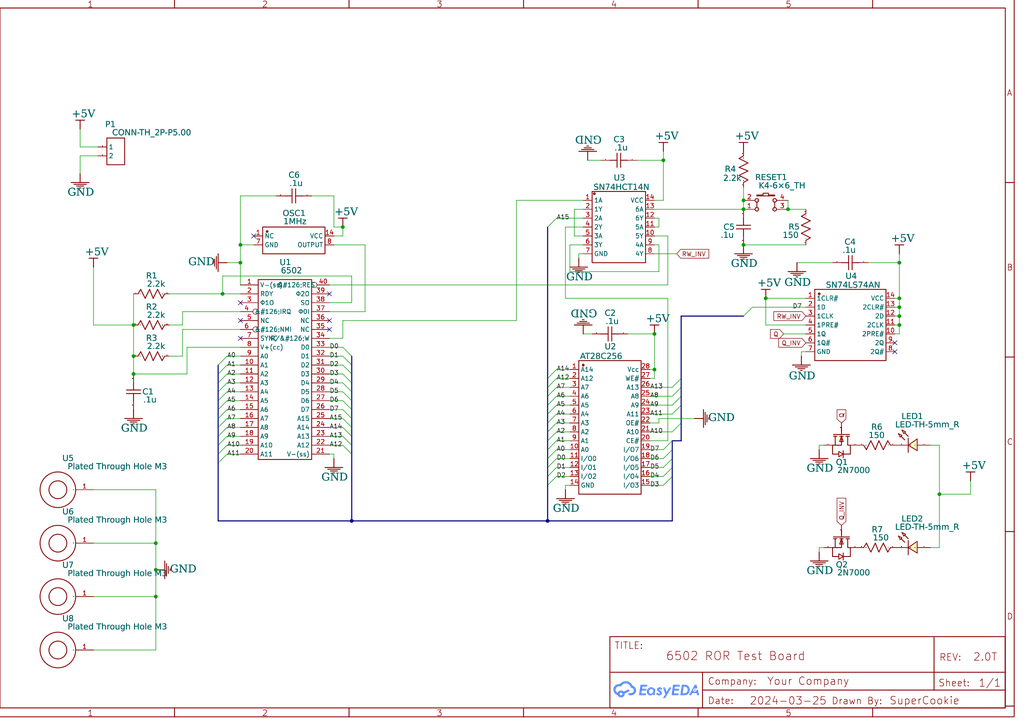
<source format=kicad_sch>
(kicad_sch (version 20250114) (generator "eeschema") (generator_version "9.0")
  (paper "User" 292.1 205.105)
  (lib_symbols
    (symbol "+5V" (power) (pin_numbers (hide yes)) (pin_names (hide yes))
      (property "Value" "+5V" (at 0 -3.81 0))
      (symbol "+5V_0_0"
        (pin power_in line (at 0 0 270) (length 0) (name "+5V") (number "1"))
      )
    )
    (symbol "2N7002"
      (property "Reference" "Q1" (at -1.5748 -6.5659 0))
      (property "Value" "2N7000" (at -1.5748 -8.8011 0))
      (symbol "2N7002_0_0"
        (pin unspecified line (at -5.08 -2.54 0) (length 2.54) (name "S") (number "1"))
        (pin unspecified line (at 0 3.81 270) (length 2.54) (name "G") (number "2"))
        (pin unspecified line (at 5.08 -2.54 180) (length 2.54) (name "D") (number "3"))
      )
    )
    (symbol "2N7002_1"
      (property "Reference" "Q2" (at -1.5748 -6.5659 0))
      (property "Value" "2N7000" (at -1.5748 -8.8011 0))
      (symbol "2N7002_1_0_0"
        (pin unspecified line (at -5.08 -2.54 0) (length 2.54) (name "S") (number "1"))
        (pin unspecified line (at 0 3.81 270) (length 2.54) (name "G") (number "2"))
        (pin unspecified line (at 5.08 -2.54 180) (length 2.54) (name "D") (number "3"))
      )
    )
    (symbol "6502"
      (property "Reference" "U1" (at -1.4986 32.6771 0))
      (property "Value" "6502" (at -1.4986 30.3911 0))
      (symbol "6502_0_0"
        (pin passive line (at -12.7 25.4 0) (length 5.08) (name "V-(ss)") (number "1"))
        (pin input line (at -12.7 22.86 0) (length 5.08) (name "RDY") (number "2"))
        (pin output line (at -12.7 20.32 0) (length 5.08) (name "Φ1O") (number "3"))
        (pin input line (at -12.7 17.78 0) (length 3.556) (name "&#126;IRQ") (number "4"))
        (pin unspecified line (at -12.7 15.24 0) (length 5.08) (name "NC") (number "5"))
        (pin input line (at -12.7 12.7 0) (length 3.556) (name "&#126;NMI") (number "6"))
        (pin output line (at -12.7 10.16 0) (length 5.08) (name "SYNC") (number "7"))
        (pin passive line (at -12.7 7.62 0) (length 5.08) (name "V+(cc)") (number "8"))
        (pin output line (at -12.7 5.08 0) (length 5.08) (name "A0") (number "9"))
        (pin output line (at -12.7 2.54 0) (length 5.08) (name "A1") (number "10"))
        (pin output line (at -12.7 0 0) (length 5.08) (name "A2") (number "11"))
        (pin output line (at -12.7 -2.54 0) (length 5.08) (name "A3") (number "12"))
        (pin output line (at -12.7 -5.08 0) (length 5.08) (name "A4") (number "13"))
        (pin output line (at -12.7 -7.62 0) (length 5.08) (name "A5") (number "14"))
        (pin output line (at -12.7 -10.16 0) (length 5.08) (name "A6") (number "15"))
        (pin output line (at -12.7 -12.7 0) (length 5.08) (name "A7") (number "16"))
        (pin output line (at -12.7 -15.24 0) (length 5.08) (name "A8") (number "17"))
        (pin output line (at -12.7 -17.78 0) (length 5.08) (name "A9") (number "18"))
        (pin output line (at -12.7 -20.32 0) (length 5.08) (name "A10") (number "19"))
        (pin output line (at -12.7 -22.86 0) (length 5.08) (name "A11") (number "20"))
        (pin input line (at 12.7 25.4 180) (length 3.556) (name "&#126;RES") (number "40"))
        (pin output line (at 12.7 22.86 180) (length 5.08) (name "Φ2O") (number "39"))
        (pin input line (at 12.7 20.32 180) (length 5.08) (name "SO") (number "38"))
        (pin input line (at 12.7 17.78 180) (length 5.08) (name "Φ0I") (number "37"))
        (pin unspecified line (at 12.7 15.24 180) (length 5.08) (name "NC") (number "36"))
        (pin unspecified line (at 12.7 12.7 180) (length 5.08) (name "NC") (number "35"))
        (pin output line (at 12.7 10.16 180) (length 5.08) (name "R/&#126;W") (number "34"))
        (pin bidirectional line (at 12.7 7.62 180) (length 5.08) (name "D0") (number "33"))
        (pin bidirectional line (at 12.7 5.08 180) (length 5.08) (name "D1") (number "32"))
        (pin bidirectional line (at 12.7 2.54 180) (length 5.08) (name "D2") (number "31"))
        (pin bidirectional line (at 12.7 0 180) (length 5.08) (name "D3") (number "30"))
        (pin bidirectional line (at 12.7 -2.54 180) (length 5.08) (name "D4") (number "29"))
        (pin bidirectional line (at 12.7 -5.08 180) (length 5.08) (name "D5") (number "28"))
        (pin bidirectional line (at 12.7 -7.62 180) (length 5.08) (name "D6") (number "27"))
        (pin bidirectional line (at 12.7 -10.16 180) (length 5.08) (name "D7") (number "26"))
        (pin output line (at 12.7 -12.7 180) (length 5.08) (name "A15") (number "25"))
        (pin output line (at 12.7 -15.24 180) (length 5.08) (name "A14") (number "24"))
        (pin output line (at 12.7 -17.78 180) (length 5.08) (name "A13") (number "23"))
        (pin output line (at 12.7 -20.32 180) (length 5.08) (name "A12") (number "22"))
        (pin passive line (at 12.7 -22.86 180) (length 5.08) (name "V-(ss)") (number "21"))
      )
    )
    (symbol "AT28C256-15PU"
      (property "Reference" "U2" (at -1.4986 23.8887 0))
      (property "Value" "AT28C256" (at -8.89 21.1963 0))
      (symbol "AT28C256-15PU_0_0"
        (pin unspecified line (at -11.43 16.51 0) (length 2.54) (name "A14") (number "1"))
        (pin unspecified line (at -11.43 13.97 0) (length 2.54) (name "A12") (number "2"))
        (pin unspecified line (at -11.43 11.43 0) (length 2.54) (name "A7") (number "3"))
        (pin unspecified line (at -11.43 8.89 0) (length 2.54) (name "A6") (number "4"))
        (pin unspecified line (at -11.43 6.35 0) (length 2.54) (name "A5") (number "5"))
        (pin unspecified line (at -11.43 3.81 0) (length 2.54) (name "A4") (number "6"))
        (pin unspecified line (at -11.43 1.27 0) (length 2.54) (name "A3") (number "7"))
        (pin unspecified line (at -11.43 -1.27 0) (length 2.54) (name "A2") (number "8"))
        (pin unspecified line (at -11.43 -3.81 0) (length 2.54) (name "A1") (number "9"))
        (pin unspecified line (at -11.43 -6.35 0) (length 2.54) (name "A0") (number "10"))
        (pin unspecified line (at -11.43 -8.89 0) (length 2.54) (name "I/O0") (number "11"))
        (pin unspecified line (at -11.43 -11.43 0) (length 2.54) (name "I/O1") (number "12"))
        (pin unspecified line (at -11.43 -13.97 0) (length 2.54) (name "I/O2") (number "13"))
        (pin unspecified line (at -11.43 -16.51 0) (length 2.54) (name "GND") (number "14"))
        (pin unspecified line (at 11.43 16.51 180) (length 2.54) (name "Vcc") (number "28"))
        (pin unspecified line (at 11.43 13.97 180) (length 2.54) (name "WE#") (number "27"))
        (pin unspecified line (at 11.43 11.43 180) (length 2.54) (name "A13") (number "26"))
        (pin unspecified line (at 11.43 8.89 180) (length 2.54) (name "A8") (number "25"))
        (pin unspecified line (at 11.43 6.35 180) (length 2.54) (name "A9") (number "24"))
        (pin unspecified line (at 11.43 3.81 180) (length 2.54) (name "A11") (number "23"))
        (pin unspecified line (at 11.43 1.27 180) (length 2.54) (name "OE#") (number "22"))
        (pin unspecified line (at 11.43 -1.27 180) (length 2.54) (name "A10") (number "21"))
        (pin unspecified line (at 11.43 -3.81 180) (length 2.54) (name "CE#") (number "20"))
        (pin unspecified line (at 11.43 -6.35 180) (length 2.54) (name "I/O7") (number "19"))
        (pin unspecified line (at 11.43 -8.89 180) (length 2.54) (name "I/O6") (number "18"))
        (pin unspecified line (at 11.43 -11.43 180) (length 2.54) (name "I/O5") (number "17"))
        (pin unspecified line (at 11.43 -13.97 180) (length 2.54) (name "I/O4") (number "16"))
        (pin unspecified line (at 11.43 -16.51 180) (length 2.54) (name "I/O3") (number "15"))
      )
    )
    (symbol "CONN-TH_2P-P5.00"
      (property "Reference" "P1" (at -2.9718 8.5471 0))
      (property "Value" "CONN-TH_2P-P5.00" (at -2.9718 6.2611 0))
      (symbol "CONN-TH_2P-P5.00_0_0"
        (pin unspecified line (at -5.08 1.27 0) (length 2.54) (name "1") (number "1"))
        (pin unspecified line (at -5.08 -1.27 0) (length 2.54) (name "2") (number "2"))
      )
    )
    (symbol "C_RAD-0.2_US"
      (property "Reference" "C2" (at -1.4986 6.7945 0))
      (property "Value" ".1u" (at -1.4986 4.4831 0))
      (symbol "C_RAD-0.2_US_0_0"
        (pin unspecified line (at -5.08 0 0) (length 2.54) (name "1") (number "1"))
        (pin unspecified line (at 5.08 0 180) (length 2.54) (name "2") (number "2"))
      )
    )
    (symbol "C_RAD-0.2_US_1"
      (property "Reference" "C3" (at -1.4986 6.7945 0))
      (property "Value" ".1u" (at -1.4986 4.4831 0))
      (symbol "C_RAD-0.2_US_1_0_0"
        (pin unspecified line (at -5.08 0 0) (length 2.54) (name "1") (number "1"))
        (pin unspecified line (at 5.08 0 180) (length 2.54) (name "2") (number "2"))
      )
    )
    (symbol "C_RAD-0.2_US_2"
      (property "Reference" "C5" (at -2.54 0.8509 0))
      (property "Value" ".1u" (at -2.54 -1.3843 0))
      (symbol "C_RAD-0.2_US_2_0_0"
        (pin unspecified line (at 0 5.08 270) (length 2.54) (name "2") (number "2"))
        (pin unspecified line (at 0 -5.08 90) (length 2.54) (name "1") (number "1"))
      )
    )
    (symbol "C_RAD-0.2_US_3"
      (property "Reference" "C4" (at 1.4986 6.7691 0))
      (property "Value" ".1u" (at 1.778 4.4831 0))
      (symbol "C_RAD-0.2_US_3_0_0"
        (pin unspecified line (at -5.08 0 0) (length 2.54) (name "1") (number "1"))
        (pin unspecified line (at 5.08 0 180) (length 2.54) (name "2") (number "2"))
      )
    )
    (symbol "C_RAD-0.2_US_4"
      (property "Reference" "C1" (at 2.54 0.8509 0))
      (property "Value" ".1u" (at 2.54 -1.3843 0))
      (symbol "C_RAD-0.2_US_4_0_0"
        (pin unspecified line (at 0 5.08 270) (length 2.54) (name "1") (number "1"))
        (pin unspecified line (at 0 -5.08 90) (length 2.54) (name "2") (number "2"))
      )
    )
    (symbol "C_RAD-0.2_US_5"
      (property "Reference" "C6" (at -1.4986 6.7945 0))
      (property "Value" ".1u" (at -1.4986 4.4831 0))
      (symbol "C_RAD-0.2_US_5_0_0"
        (pin unspecified line (at -5.08 0 0) (length 2.54) (name "1") (number "1"))
        (pin unspecified line (at 5.08 0 180) (length 2.54) (name "2") (number "2"))
      )
    )
    (symbol "GND" (power) (pin_numbers (hide yes)) (pin_names (hide yes))
      (property "Value" "GND" (at 0 -6.35 0))
      (symbol "GND_0_0"
        (pin power_in line (at 0 0 270) (length 0) (name "GND") (number "1"))
      )
    )
    (symbol "K4-6×6_TH"
      (property "Reference" "RESET" (at -3.0226 8.6741 0))
      (property "Value" "K4-6×6_TH" (at -3.0226 6.3627 0))
      (symbol "K4-6×6_TH_0_0"
        (pin unspecified line (at -6.35 1.27 0) (length 3.302) (name "2") (number "2"))
        (pin unspecified line (at -6.35 -1.27 0) (length 3.302) (name "1") (number "1"))
        (pin unspecified line (at 6.35 1.27 180) (length 3.302) (name "4") (number "4"))
        (pin unspecified line (at 6.35 -1.27 180) (length 3.302) (name "3") (number "3"))
      )
    )
    (symbol "LED-TH-5mm_R"
      (property "Reference" "LED1" (at 2.9464 9.0805 0))
      (property "Value" "LED-TH-5mm_R" (at 14.7574 6.7691 0))
      (symbol "LED-TH-5mm_R_0_0"
        (pin unspecified line (at -5.08 0 0) (length 3.81) (name "2") (number "2"))
        (pin unspecified line (at 5.08 0 180) (length 3.81) (name "1") (number "1"))
      )
    )
    (symbol "LED-TH-5mm_R_1"
      (property "Reference" "LED2" (at 2.9464 9.0551 0))
      (property "Value" "LED-TH-5mm_R" (at 14.732 6.7691 0))
      (symbol "LED-TH-5mm_R_1_0_0"
        (pin unspecified line (at -5.08 0 0) (length 3.81) (name "2") (number "2"))
        (pin unspecified line (at 5.08 0 180) (length 3.81) (name "1") (number "1"))
      )
    )
    (symbol "MXO45-3C-1M228800"
      (property "Reference" "OSC1" (at -3.175 8.5725 0))
      (property "Value" "1MHz" (at -3.175 6.3119 0))
      (symbol "MXO45-3C-1M228800_0_0"
        (pin unspecified line (at -11.43 1.27 0) (length 2.54) (name "NC") (number "1"))
        (pin unspecified line (at -11.43 -1.27 0) (length 2.54) (name "GND") (number "7"))
        (pin unspecified line (at 11.43 1.27 180) (length 2.54) (name "VCC") (number "14"))
        (pin unspecified line (at 11.43 -1.27 180) (length 2.54) (name "OUTPUT") (number "8"))
      )
    )
    (symbol "Plated Through Hole M3"
      (property "Reference" "U8" (at -6.3246 9.8171 0))
      (property "Value" "Plated Through Hole M3" (at -6.3246 7.5311 0))
      (symbol "Plated Through Hole M3_0_0"
        (pin unspecified line (at 2.54 0 180) (length 5.08) (name "1") (number "1"))
      )
    )
    (symbol "Plated Through Hole M3_1"
      (property "Reference" "U7" (at -6.3246 9.8171 0))
      (property "Value" "Plated Through Hole M3" (at -6.3246 7.5311 0))
      (symbol "Plated Through Hole M3_1_0_0"
        (pin unspecified line (at 2.54 0 180) (length 5.08) (name "1") (number "1"))
      )
    )
    (symbol "Plated Through Hole M3_2"
      (property "Reference" "U6" (at -6.3246 9.8171 0))
      (property "Value" "Plated Through Hole M3" (at -6.3246 7.5311 0))
      (symbol "Plated Through Hole M3_2_0_0"
        (pin unspecified line (at 2.54 0 180) (length 5.08) (name "1") (number "1"))
      )
    )
    (symbol "Plated Through Hole M3_3"
      (property "Reference" "U5" (at -6.3246 9.8171 0))
      (property "Value" "Plated Through Hole M3" (at -6.3246 7.5311 0))
      (symbol "Plated Through Hole M3_3_0_0"
        (pin unspecified line (at 2.54 0 180) (length 5.08) (name "1") (number "1"))
      )
    )
    (symbol "R_AXIAL-0.4_US"
      (property "Reference" "R1" (at -1.4986 6.0071 0))
      (property "Value" "2.2k" (at -1.4986 3.7211 0))
      (symbol "R_AXIAL-0.4_US_0_0"
        (pin unspecified line (at -5.08 0 0) (length 1.27) (name "1") (number "1"))
        (pin unspecified line (at 5.08 0 180) (length 1.27) (name "2") (number "2"))
      )
    )
    (symbol "R_AXIAL-0.4_US_1"
      (property "Reference" "R2" (at -1.4986 6.0071 0))
      (property "Value" "2.2k" (at -1.4986 3.7211 0))
      (symbol "R_AXIAL-0.4_US_1_0_0"
        (pin unspecified line (at -5.08 0 0) (length 1.27) (name "1") (number "1"))
        (pin unspecified line (at 5.08 0 180) (length 1.27) (name "2") (number "2"))
      )
    )
    (symbol "R_AXIAL-0.4_US_2"
      (property "Reference" "R3" (at -1.4986 6.0071 0))
      (property "Value" "2.2k" (at -1.4986 3.7211 0))
      (symbol "R_AXIAL-0.4_US_2_0_0"
        (pin unspecified line (at -5.08 0 0) (length 1.27) (name "1") (number "1"))
        (pin unspecified line (at 5.08 0 180) (length 1.27) (name "2") (number "2"))
      )
    )
    (symbol "R_AXIAL-0.4_US_3"
      (property "Reference" "R4" (at -5.3086 0.8763 0))
      (property "Value" "2.2k" (at -6.0452 -1.6637 0))
      (symbol "R_AXIAL-0.4_US_3_0_0"
        (pin unspecified line (at 0 5.08 270) (length 1.27) (name "1") (number "1"))
        (pin unspecified line (at 0 -5.08 90) (length 1.27) (name "2") (number "2"))
      )
    )
    (symbol "R_AXIAL-0.4_US_4"
      (property "Reference" "R5" (at -1.778 0.9017 0))
      (property "Value" "150" (at -1.778 -1.4097 0))
      (symbol "R_AXIAL-0.4_US_4_0_0"
        (pin unspecified line (at 0 5.08 270) (length 1.27) (name "2") (number "2"))
        (pin unspecified line (at 0 -5.08 90) (length 1.27) (name "1") (number "1"))
      )
    )
    (symbol "R_AXIAL-0.4_US_5"
      (property "Reference" "R6" (at 1.4986 6.0325 0))
      (property "Value" "150" (at 2.4384 3.7211 0))
      (symbol "R_AXIAL-0.4_US_5_0_0"
        (pin unspecified line (at -5.08 0 0) (length 1.27) (name "1") (number "1"))
        (pin unspecified line (at 5.08 0 180) (length 1.27) (name "2") (number "2"))
      )
    )
    (symbol "R_AXIAL-0.4_US_6"
      (property "Reference" "R7" (at -1.4986 6.0071 0))
      (property "Value" "150" (at -1.4986 3.7211 0))
      (symbol "R_AXIAL-0.4_US_6_0_0"
        (pin unspecified line (at -5.08 0 0) (length 1.27) (name "2") (number "2"))
        (pin unspecified line (at 5.08 0 180) (length 1.27) (name "1") (number "1"))
      )
    )
    (symbol "SN74HCT14N"
      (property "Reference" "U3" (at -1.4478 14.8971 0))
      (property "Value" "SN74HCT14N" (at -7.5692 12.2809 0))
      (symbol "SN74HCT14N_0_0"
        (pin unspecified line (at -10.16 7.62 0) (length 2.54) (name "1A") (number "1"))
        (pin unspecified line (at -10.16 5.08 0) (length 2.54) (name "1Y") (number "2"))
        (pin unspecified line (at -10.16 2.54 0) (length 2.54) (name "2A") (number "3"))
        (pin unspecified line (at -10.16 0 0) (length 2.54) (name "2Y") (number "4"))
        (pin unspecified line (at -10.16 -2.54 0) (length 2.54) (name "3A") (number "5"))
        (pin unspecified line (at -10.16 -5.08 0) (length 2.54) (name "3Y") (number "6"))
        (pin unspecified line (at -10.16 -7.62 0) (length 2.54) (name "GND") (number "7"))
        (pin unspecified line (at 10.16 7.62 180) (length 2.54) (name "VCC") (number "14"))
        (pin unspecified line (at 10.16 5.08 180) (length 2.54) (name "6A") (number "13"))
        (pin unspecified line (at 10.16 2.54 180) (length 2.54) (name "6Y") (number "12"))
        (pin unspecified line (at 10.16 0 180) (length 2.54) (name "5A") (number "11"))
        (pin unspecified line (at 10.16 -2.54 180) (length 2.54) (name "5Y") (number "10"))
        (pin unspecified line (at 10.16 -5.08 180) (length 2.54) (name "4A") (number "9"))
        (pin unspecified line (at 10.16 -7.62 180) (length 2.54) (name "4Y") (number "8"))
      )
    )
    (symbol "SN74LS74AN"
      (property "Reference" "U4" (at -1.3716 14.7955 0))
      (property "Value" "SN74LS74AN" (at -7.366 12.3063 0))
      (symbol "SN74LS74AN_0_0"
        (pin unspecified line (at -12.7 7.62 0) (length 2.54) (name "1CLR#") (number "1"))
        (pin unspecified line (at -12.7 5.08 0) (length 2.54) (name "1D") (number "2"))
        (pin unspecified line (at -12.7 2.54 0) (length 2.54) (name "1CLK") (number "3"))
        (pin unspecified line (at -12.7 0 0) (length 2.54) (name "1PRE#") (number "4"))
        (pin unspecified line (at -12.7 -2.54 0) (length 2.54) (name "1Q") (number "5"))
        (pin unspecified line (at -12.7 -5.08 0) (length 2.54) (name "1Q#") (number "6"))
        (pin unspecified line (at -12.7 -7.62 0) (length 2.54) (name "GND") (number "7"))
        (pin unspecified line (at 12.7 7.62 180) (length 2.54) (name "VCC") (number "14"))
        (pin unspecified line (at 12.7 5.08 180) (length 2.54) (name "2CLR#") (number "13"))
        (pin unspecified line (at 12.7 2.54 180) (length 2.54) (name "2D") (number "12"))
        (pin unspecified line (at 12.7 0 180) (length 2.54) (name "2CLK") (number "11"))
        (pin unspecified line (at 12.7 -2.54 180) (length 2.54) (name "2PRE#") (number "10"))
        (pin unspecified line (at 12.7 -5.08 180) (length 2.54) (name "2Q") (number "9"))
        (pin unspecified line (at 12.7 -7.62 180) (length 2.54) (name "2Q#") (number "8"))
      )
    )
    (symbol "Unknown_0_-806"
      (symbol "Unknown_0_-806_0_0"
        (text "A" (at 0.381 -25.7429 0) (effects (font (size 1.6891 1.6891)) (justify left top)))
        (text "B" (at 0.381 -75.5269 0) (effects (font (size 1.6891 1.6891)) (justify left top)))
        (text "C" (at 0.381 -125.3109 0) (effects (font (size 1.6891 1.6891)) (justify left top)))
        (text "D" (at 0.381 -175.0949 0) (effects (font (size 1.6891 1.6891)) (justify left top)))
        (text "1" (at 27.432 -0.4699 0) (effects (font (size 1.6891 1.6891)) (justify left top)))
        (text "1" (at 27.432 -202.6539 0) (effects (font (size 1.6891 1.6891)) (justify left top)))
        (text "2" (at 77.216 -0.4699 0) (effects (font (size 1.6891 1.6891)) (justify left top)))
        (text "2" (at 77.216 -202.6539 0) (effects (font (size 1.6891 1.6891)) (justify left top)))
        (text "3" (at 127 -0.4699 0) (effects (font (size 1.6891 1.6891)) (justify left top)))
        (text "3" (at 127 -202.6539 0) (effects (font (size 1.6891 1.6891)) (justify left top)))
        (text "4" (at 176.784 -0.4699 0) (effects (font (size 1.6891 1.6891)) (justify left top)))
        (text "4" (at 176.784 -202.6539 0) (effects (font (size 1.6891 1.6891)) (justify left top)))
        (text "TITLE:" (at 177.7746 -183.2356 0) (effects (font (size 1.9304 1.9304)) (justify left top)))
        (text "6502 ROR Test Board" (at 192.4304 -185.928 0) (effects (font (size 2.413 2.413)) (justify left top)))
        (text "Company:" (at 204.3684 -193.4464 0) (effects (font (size 1.9304 1.9304)) (justify left top)))
        (text "Date:" (at 204.3684 -198.9836 0) (effects (font (size 1.9304 1.9304)) (justify left top)))
        (text "2024-03-25" (at 216.3064 -198.8439 0) (effects (font (size 2.1717 2.1717)) (justify left top)))
        (text "Your Company" (at 221.2848 -193.2305 0) (effects (font (size 2.1717 2.1717)) (justify left top)))
        (text "5" (at 226.568 -0.4699 0) (effects (font (size 1.6891 1.6891)) (justify left top)))
        (text "5" (at 226.568 -202.6539 0) (effects (font (size 1.6891 1.6891)) (justify left top)))
        (text "Drawn By:" (at 239.6744 -199.0344 0) (effects (font (size 1.9304 1.9304)) (justify left top)))
        (text "SuperCookie" (at 256.1844 -198.7931 0) (effects (font (size 2.1717 2.1717)) (justify left top)))
        (text "Sheet:" (at 270.1544 -193.9036 0) (effects (font (size 1.9304 1.9304)) (justify left top)))
        (text "REV:" (at 270.4084 -186.5884 0) (effects (font (size 1.9304 1.9304)) (justify left top)))
        (text "2.0T" (at 280.0604 -186.3471 0) (effects (font (size 2.1717 2.1717)) (justify left top)))
        (text "1/1" (at 281.5844 -193.7639 0) (effects (font (size 2.1717 2.1717)) (justify left top)))
        (text "A" (at 289.687 -25.7429 0) (effects (font (size 1.6891 1.6891)) (justify left top)))
        (text "B" (at 289.687 -75.5269 0) (effects (font (size 1.6891 1.6891)) (justify left top)))
        (text "C" (at 289.687 -125.3109 0) (effects (font (size 1.6891 1.6891)) (justify left top)))
        (text "D" (at 289.687 -175.0949 0) (effects (font (size 1.6891 1.6891)) (justify left top)))
      )
    )
  )
  (junction (at 189.23 45.72))
  (junction (at 212.09 69.85))
  (junction (at 97.79 64.77))
  (junction (at 68.58 74.93))
  (junction (at 256.54 92.71))
  (junction (at 44.45 162.56))
  (junction (at 256.54 85.09))
  (junction (at 44.45 154.94))
  (junction (at 224.79 59.69))
  (junction (at 256.54 87.63))
  (junction (at 38.1 92.71))
  (junction (at 38.1 106.68))
  (junction (at 256.54 74.93))
  (junction (at 186.69 95.25))
  (junction (at 100.33 148.59))
  (junction (at 218.44 85.09))
  (junction (at 156.21 148.59))
  (junction (at 212.09 59.69))
  (junction (at 38.1 101.6))
  (junction (at 44.45 170.18))
  (junction (at 186.69 105.41))
  (junction (at 212.09 57.15))
  (junction (at 256.54 90.17))
  (junction (at 267.97 140.97))
  (junction (at 63.5 83.82))
  (junction (at 68.58 69.85))
  (no_connect (at 68.58 91.44))
  (no_connect (at 68.58 96.52))
  (no_connect (at 72.39 67.31))
  (no_connect (at 93.98 93.98))
  (no_connect (at 255.27 100.33))
  (no_connect (at 68.58 86.36))
  (no_connect (at 255.27 97.79))
  (no_connect (at 93.98 83.82))
  (no_connect (at 93.98 91.44))
  (bus_entry (at 189.23 130.81) (size 2.54 -2.54))
  (bus_entry (at 191.77 123.19) (size 2.54 -2.54))
  (bus_entry (at 158.75 113.03) (size -2.54 2.54))
  (bus_entry (at 189.23 135.89) (size 2.54 -2.54))
  (bus_entry (at 64.77 116.84) (size -2.54 2.54))
  (bus_entry (at 100.33 119.38) (size -2.54 -2.54))
  (bus_entry (at 158.75 133.35) (size -2.54 2.54))
  (bus_entry (at 158.75 118.11) (size -2.54 2.54))
  (bus_entry (at 100.33 124.46) (size -2.54 -2.54))
  (bus_entry (at 158.75 105.41) (size -2.54 2.54))
  (bus_entry (at 100.33 111.76) (size -2.54 -2.54))
  (bus_entry (at 158.75 120.65) (size -2.54 2.54))
  (bus_entry (at 64.77 121.92) (size -2.54 2.54))
  (bus_entry (at 100.33 127) (size -2.54 -2.54))
  (bus_entry (at 158.75 128.27) (size -2.54 2.54))
  (bus_entry (at 158.75 130.81) (size -2.54 2.54))
  (bus_entry (at 100.33 106.68) (size -2.54 -2.54))
  (bus_entry (at 189.23 133.35) (size 2.54 -2.54))
  (bus_entry (at 158.75 107.95) (size -2.54 2.54))
  (bus_entry (at 189.23 128.27) (size 2.54 -2.54))
  (bus_entry (at 214.63 87.63) (size -2.54 2.54))
  (bus_entry (at 100.33 129.54) (size -2.54 -2.54))
  (bus_entry (at 158.75 135.89) (size -2.54 2.54))
  (bus_entry (at 100.33 114.3) (size -2.54 -2.54))
  (bus_entry (at 158.75 123.19) (size -2.54 2.54))
  (bus_entry (at 100.33 104.14) (size -2.54 -2.54))
  (bus_entry (at 64.77 119.38) (size -2.54 2.54))
  (bus_entry (at 191.77 115.57) (size 2.54 -2.54))
  (bus_entry (at 64.77 104.14) (size -2.54 2.54))
  (bus_entry (at 100.33 109.22) (size -2.54 -2.54))
  (bus_entry (at 158.75 110.49) (size -2.54 2.54))
  (bus_entry (at 100.33 101.6) (size -2.54 -2.54))
  (bus_entry (at 64.77 129.54) (size -2.54 2.54))
  (bus_entry (at 64.77 114.3) (size -2.54 2.54))
  (bus_entry (at 64.77 106.68) (size -2.54 2.54))
  (bus_entry (at 64.77 124.46) (size -2.54 2.54))
  (bus_entry (at 191.77 110.49) (size 2.54 -2.54))
  (bus_entry (at 100.33 121.92) (size -2.54 -2.54))
  (bus_entry (at 158.75 62.23) (size -2.54 2.54))
  (bus_entry (at 158.75 115.57) (size -2.54 2.54))
  (bus_entry (at 100.33 116.84) (size -2.54 -2.54))
  (bus_entry (at 189.23 138.43) (size 2.54 -2.54))
  (bus_entry (at 64.77 111.76) (size -2.54 2.54))
  (bus_entry (at 158.75 125.73) (size -2.54 2.54))
  (bus_entry (at 191.77 118.11) (size 2.54 -2.54))
  (bus_entry (at 64.77 127) (size -2.54 2.54))
  (bus_entry (at 191.77 113.03) (size 2.54 -2.54))
  (bus_entry (at 64.77 109.22) (size -2.54 2.54))
  (bus_entry (at 64.77 101.6) (size -2.54 2.54))
  (wire (pts (xy 186.69 107.95) (xy 186.69 105.41)))
  (wire (pts (xy 26.67 185.42) (xy 44.45 185.42)))
  (wire (pts (xy 38.1 92.71) (xy 26.67 92.71)))
  (wire (pts (xy 224.79 57.15) (xy 224.79 59.69)))
  (wire (pts (xy 44.45 162.56) (xy 44.45 154.94)))
  (wire (pts (xy 165.1 73.66) (xy 165.1 72.39)))
  (wire (pts (xy 185.42 115.57) (xy 191.77 115.57)))
  (wire (pts (xy 26.67 170.18) (xy 44.45 170.18)))
  (wire (pts (xy 68.58 116.84) (xy 64.77 116.84)))
  (bus (pts (xy 156.21 120.65) (xy 156.21 123.19)))
  (wire (pts (xy 185.42 133.35) (xy 189.23 133.35)))
  (wire (pts (xy 48.26 83.82) (xy 63.5 83.82)))
  (wire (pts (xy 95.25 55.88) (xy 95.25 64.77)))
  (wire (pts (xy 228.6 101.6) (xy 228.6 100.33)))
  (wire (pts (xy 26.67 154.94) (xy 44.45 154.94)))
  (wire (pts (xy 104.14 69.85) (xy 104.14 88.9)))
  (wire (pts (xy 44.45 185.42) (xy 44.45 170.18)))
  (wire (pts (xy 187.96 62.23) (xy 187.96 64.77)))
  (wire (pts (xy 27.94 44.45) (xy 22.86 44.45)))
  (wire (pts (xy 147.32 57.15) (xy 147.32 91.44)))
  (wire (pts (xy 190.5 81.28) (xy 93.98 81.28)))
  (wire (pts (xy 68.58 104.14) (xy 64.77 104.14)))
  (wire (pts (xy 233.68 127) (xy 233.68 128.27)))
  (bus (pts (xy 194.31 110.49) (xy 194.31 113.03)))
  (wire (pts (xy 68.58 111.76) (xy 64.77 111.76)))
  (wire (pts (xy 255.27 85.09) (xy 256.54 85.09)))
  (bus (pts (xy 191.77 135.89) (xy 191.77 148.59)))
  (wire (pts (xy 68.58 101.6) (xy 64.77 101.6)))
  (wire (pts (xy 190.5 125.73) (xy 185.42 125.73)))
  (wire (pts (xy 100.33 78.74) (xy 63.5 78.74)))
  (wire (pts (xy 162.56 128.27) (xy 158.75 128.27)))
  (wire (pts (xy 237.49 74.93) (xy 227.33 74.93)))
  (wire (pts (xy 93.98 86.36) (xy 100.33 86.36)))
  (wire (pts (xy 52.07 101.6) (xy 52.07 93.98)))
  (wire (pts (xy 212.09 69.85) (xy 229.87 69.85)))
  (wire (pts (xy 97.79 64.77) (xy 97.79 67.31)))
  (wire (pts (xy 68.58 119.38) (xy 64.77 119.38)))
  (bus (pts (xy 62.23 109.22) (xy 62.23 111.76)))
  (bus (pts (xy 156.21 128.27) (xy 156.21 130.81)))
  (wire (pts (xy 166.37 62.23) (xy 158.75 62.23)))
  (wire (pts (xy 93.98 111.76) (xy 97.79 111.76)))
  (wire (pts (xy 223.52 95.25) (xy 229.87 95.25)))
  (bus (pts (xy 100.33 127) (xy 100.33 129.54)))
  (wire (pts (xy 255.27 87.63) (xy 256.54 87.63)))
  (wire (pts (xy 26.67 92.71) (xy 26.67 76.2)))
  (wire (pts (xy 166.37 59.69) (xy 163.83 59.69)))
  (wire (pts (xy 267.97 156.21) (xy 265.43 156.21)))
  (wire (pts (xy 162.56 77.47) (xy 187.96 77.47)))
  (wire (pts (xy 161.29 139.7) (xy 161.29 138.43)))
  (wire (pts (xy 267.97 140.97) (xy 267.97 156.21)))
  (bus (pts (xy 62.23 119.38) (xy 62.23 121.92)))
  (wire (pts (xy 52.07 93.98) (xy 68.58 93.98)))
  (wire (pts (xy 93.98 119.38) (xy 97.79 119.38)))
  (bus (pts (xy 191.77 128.27) (xy 191.77 130.81)))
  (wire (pts (xy 68.58 129.54) (xy 64.77 129.54)))
  (wire (pts (xy 185.42 113.03) (xy 191.77 113.03)))
  (wire (pts (xy 68.58 55.88) (xy 68.58 69.85)))
  (wire (pts (xy 38.1 101.6) (xy 38.1 92.71)))
  (wire (pts (xy 97.79 96.52) (xy 93.98 96.52)))
  (wire (pts (xy 72.39 69.85) (xy 68.58 69.85)))
  (bus (pts (xy 62.23 148.59) (xy 100.33 148.59)))
  (bus (pts (xy 156.21 130.81) (xy 156.21 133.35)))
  (wire (pts (xy 187.96 120.65) (xy 187.96 119.38)))
  (wire (pts (xy 212.09 53.34) (xy 212.09 57.15)))
  (wire (pts (xy 68.58 69.85) (xy 68.58 74.93)))
  (wire (pts (xy 265.43 127) (xy 267.97 127)))
  (wire (pts (xy 190.5 67.31) (xy 190.5 81.28)))
  (bus (pts (xy 156.21 125.73) (xy 156.21 128.27)))
  (wire (pts (xy 162.56 123.19) (xy 158.75 123.19)))
  (wire (pts (xy 185.42 138.43) (xy 189.23 138.43)))
  (wire (pts (xy 48.26 101.6) (xy 52.07 101.6)))
  (wire (pts (xy 228.6 100.33) (xy 229.87 100.33)))
  (bus (pts (xy 62.23 132.08) (xy 62.23 148.59)))
  (wire (pts (xy 44.45 170.18) (xy 44.45 162.56)))
  (wire (pts (xy 53.34 99.06) (xy 68.58 99.06)))
  (bus (pts (xy 156.21 135.89) (xy 156.21 138.43)))
  (bus (pts (xy 194.31 90.17) (xy 212.09 90.17)))
  (bus (pts (xy 191.77 125.73) (xy 191.77 128.27)))
  (wire (pts (xy 162.56 107.95) (xy 158.75 107.95)))
  (wire (pts (xy 166.37 64.77) (xy 161.29 64.77)))
  (wire (pts (xy 218.44 92.71) (xy 218.44 85.09)))
  (wire (pts (xy 185.42 105.41) (xy 186.69 105.41)))
  (wire (pts (xy 256.54 74.93) (xy 256.54 72.39)))
  (wire (pts (xy 187.96 119.38) (xy 198.12 119.38)))
  (bus (pts (xy 194.31 115.57) (xy 194.31 120.65)))
  (wire (pts (xy 52.07 92.71) (xy 48.26 92.71)))
  (wire (pts (xy 185.42 110.49) (xy 191.77 110.49)))
  (bus (pts (xy 100.33 111.76) (xy 100.33 114.3)))
  (bus (pts (xy 156.21 118.11) (xy 156.21 120.65)))
  (wire (pts (xy 161.29 64.77) (xy 161.29 85.09)))
  (wire (pts (xy 247.65 74.93) (xy 256.54 74.93)))
  (wire (pts (xy 186.69 67.31) (xy 190.5 67.31)))
  (wire (pts (xy 93.98 104.14) (xy 97.79 104.14)))
  (bus (pts (xy 62.23 129.54) (xy 62.23 132.08)))
  (wire (pts (xy 147.32 91.44) (xy 97.79 91.44)))
  (wire (pts (xy 38.1 106.68) (xy 38.1 101.6)))
  (wire (pts (xy 53.34 106.68) (xy 53.34 99.06)))
  (wire (pts (xy 68.58 114.3) (xy 64.77 114.3)))
  (wire (pts (xy 163.83 59.69) (xy 163.83 67.31)))
  (wire (pts (xy 93.98 109.22) (xy 97.79 109.22)))
  (bus (pts (xy 100.33 106.68) (xy 100.33 109.22)))
  (bus (pts (xy 100.33 129.54) (xy 100.33 148.59)))
  (wire (pts (xy 93.98 106.68) (xy 97.79 106.68)))
  (wire (pts (xy 22.86 41.91) (xy 27.94 41.91)))
  (wire (pts (xy 100.33 86.36) (xy 100.33 78.74)))
  (wire (pts (xy 162.56 118.11) (xy 158.75 118.11)))
  (wire (pts (xy 93.98 101.6) (xy 97.79 101.6)))
  (bus (pts (xy 100.33 109.22) (xy 100.33 111.76)))
  (wire (pts (xy 44.45 154.94) (xy 44.45 139.7)))
  (bus (pts (xy 62.23 121.92) (xy 62.23 124.46)))
  (wire (pts (xy 63.5 83.82) (xy 68.58 83.82)))
  (wire (pts (xy 95.25 64.77) (xy 97.79 64.77)))
  (bus (pts (xy 191.77 130.81) (xy 191.77 133.35)))
  (wire (pts (xy 185.42 130.81) (xy 189.23 130.81)))
  (wire (pts (xy 95.25 69.85) (xy 104.14 69.85)))
  (wire (pts (xy 267.97 127) (xy 267.97 140.97)))
  (wire (pts (xy 68.58 124.46) (xy 64.77 124.46)))
  (wire (pts (xy 78.74 55.88) (xy 68.58 55.88)))
  (bus (pts (xy 100.33 101.6) (xy 100.33 104.14)))
  (bus (pts (xy 194.31 107.95) (xy 194.31 90.17)))
  (bus (pts (xy 62.23 116.84) (xy 62.23 119.38)))
  (wire (pts (xy 44.45 139.7) (xy 26.67 139.7)))
  (wire (pts (xy 256.54 90.17) (xy 256.54 87.63)))
  (wire (pts (xy 93.98 127) (xy 97.79 127)))
  (wire (pts (xy 22.86 36.83) (xy 22.86 41.91)))
  (wire (pts (xy 162.56 115.57) (xy 158.75 115.57)))
  (bus (pts (xy 156.21 107.95) (xy 156.21 110.49)))
  (wire (pts (xy 185.42 107.95) (xy 186.69 107.95)))
  (wire (pts (xy 52.07 88.9) (xy 52.07 92.71)))
  (bus (pts (xy 156.21 115.57) (xy 156.21 118.11)))
  (wire (pts (xy 190.5 85.09) (xy 190.5 125.73)))
  (wire (pts (xy 214.63 87.63) (xy 229.87 87.63)))
  (wire (pts (xy 93.98 116.84) (xy 97.79 116.84)))
  (wire (pts (xy 97.79 67.31) (xy 95.25 67.31)))
  (wire (pts (xy 189.23 57.15) (xy 189.23 45.72)))
  (wire (pts (xy 212.09 59.69) (xy 212.09 57.15)))
  (wire (pts (xy 256.54 87.63) (xy 256.54 85.09)))
  (bus (pts (xy 100.33 104.14) (xy 100.33 106.68)))
  (wire (pts (xy 63.5 78.74) (xy 63.5 83.82)))
  (wire (pts (xy 68.58 121.92) (xy 64.77 121.92)))
  (wire (pts (xy 185.42 118.11) (xy 191.77 118.11)))
  (bus (pts (xy 156.21 64.77) (xy 156.21 107.95)))
  (wire (pts (xy 162.56 133.35) (xy 158.75 133.35)))
  (wire (pts (xy 97.79 91.44) (xy 97.79 96.52)))
  (wire (pts (xy 186.69 105.41) (xy 186.69 95.25)))
  (wire (pts (xy 255.27 90.17) (xy 256.54 90.17)))
  (bus (pts (xy 191.77 133.35) (xy 191.77 135.89)))
  (bus (pts (xy 62.23 106.68) (xy 62.23 109.22)))
  (wire (pts (xy 166.37 69.85) (xy 162.56 69.85)))
  (wire (pts (xy 256.54 95.25) (xy 256.54 92.71)))
  (wire (pts (xy 162.56 69.85) (xy 162.56 77.47)))
  (wire (pts (xy 276.86 137.16) (xy 276.86 140.97)))
  (bus (pts (xy 194.31 107.95) (xy 194.31 110.49)))
  (wire (pts (xy 161.29 138.43) (xy 162.56 138.43)))
  (wire (pts (xy 167.64 45.72) (xy 171.45 45.72)))
  (wire (pts (xy 68.58 109.22) (xy 64.77 109.22)))
  (wire (pts (xy 163.83 67.31) (xy 166.37 67.31)))
  (wire (pts (xy 88.9 55.88) (xy 95.25 55.88)))
  (wire (pts (xy 233.68 157.48) (xy 233.68 156.21)))
  (wire (pts (xy 38.1 106.68) (xy 53.34 106.68)))
  (wire (pts (xy 68.58 81.28) (xy 68.58 74.93)))
  (bus (pts (xy 62.23 111.76) (xy 62.23 114.3)))
  (wire (pts (xy 165.1 72.39) (xy 166.37 72.39)))
  (bus (pts (xy 100.33 114.3) (xy 100.33 116.84)))
  (wire (pts (xy 93.98 124.46) (xy 97.79 124.46)))
  (bus (pts (xy 100.33 124.46) (xy 100.33 127)))
  (wire (pts (xy 218.44 85.09) (xy 229.87 85.09)))
  (wire (pts (xy 95.25 129.54) (xy 95.25 130.81)))
  (wire (pts (xy 233.68 156.21) (xy 234.95 156.21)))
  (wire (pts (xy 38.1 83.82) (xy 38.1 92.71)))
  (wire (pts (xy 185.42 123.19) (xy 191.77 123.19)))
  (bus (pts (xy 156.21 123.19) (xy 156.21 125.73)))
  (wire (pts (xy 185.42 135.89) (xy 189.23 135.89)))
  (wire (pts (xy 256.54 92.71) (xy 256.54 90.17)))
  (wire (pts (xy 68.58 127) (xy 64.77 127)))
  (bus (pts (xy 156.21 110.49) (xy 156.21 113.03)))
  (wire (pts (xy 276.86 140.97) (xy 267.97 140.97)))
  (bus (pts (xy 62.23 127) (xy 62.23 129.54)))
  (wire (pts (xy 93.98 129.54) (xy 95.25 129.54)))
  (bus (pts (xy 62.23 104.14) (xy 62.23 106.68)))
  (wire (pts (xy 185.42 128.27) (xy 189.23 128.27)))
  (wire (pts (xy 186.69 62.23) (xy 187.96 62.23)))
  (wire (pts (xy 162.56 105.41) (xy 158.75 105.41)))
  (wire (pts (xy 229.87 92.71) (xy 218.44 92.71)))
  (wire (pts (xy 68.58 106.68) (xy 64.77 106.68)))
  (wire (pts (xy 186.69 59.69) (xy 212.09 59.69)))
  (bus (pts (xy 156.21 113.03) (xy 156.21 115.57)))
  (wire (pts (xy 224.79 59.69) (xy 229.87 59.69)))
  (bus (pts (xy 100.33 121.92) (xy 100.33 124.46)))
  (wire (pts (xy 93.98 114.3) (xy 97.79 114.3)))
  (wire (pts (xy 186.69 95.25) (xy 179.07 95.25)))
  (wire (pts (xy 256.54 85.09) (xy 256.54 74.93)))
  (bus (pts (xy 194.31 125.73) (xy 191.77 125.73)))
  (wire (pts (xy 162.56 130.81) (xy 158.75 130.81)))
  (wire (pts (xy 234.95 127) (xy 233.68 127)))
  (wire (pts (xy 162.56 110.49) (xy 158.75 110.49)))
  (wire (pts (xy 187.96 64.77) (xy 186.69 64.77)))
  (bus (pts (xy 62.23 114.3) (xy 62.23 116.84)))
  (wire (pts (xy 22.86 44.45) (xy 22.86 49.53)))
  (wire (pts (xy 68.58 74.93) (xy 64.77 74.93)))
  (wire (pts (xy 162.56 125.73) (xy 158.75 125.73)))
  (wire (pts (xy 68.58 88.9) (xy 52.07 88.9)))
  (wire (pts (xy 161.29 85.09) (xy 190.5 85.09)))
  (wire (pts (xy 162.56 113.03) (xy 158.75 113.03)))
  (bus (pts (xy 194.31 113.03) (xy 194.31 115.57)))
  (wire (pts (xy 186.69 57.15) (xy 189.23 57.15)))
  (wire (pts (xy 187.96 77.47) (xy 187.96 69.85)))
  (bus (pts (xy 156.21 138.43) (xy 156.21 148.59)))
  (bus (pts (xy 156.21 133.35) (xy 156.21 135.89)))
  (bus (pts (xy 191.77 148.59) (xy 156.21 148.59)))
  (bus (pts (xy 194.31 120.65) (xy 194.31 125.73)))
  (wire (pts (xy 185.42 120.65) (xy 187.96 120.65)))
  (bus (pts (xy 100.33 119.38) (xy 100.33 121.92)))
  (wire (pts (xy 166.37 57.15) (xy 147.32 57.15)))
  (wire (pts (xy 255.27 92.71) (xy 256.54 92.71)))
  (wire (pts (xy 162.56 135.89) (xy 158.75 135.89)))
  (wire (pts (xy 162.56 120.65) (xy 158.75 120.65)))
  (wire (pts (xy 187.96 69.85) (xy 186.69 69.85)))
  (bus (pts (xy 100.33 116.84) (xy 100.33 119.38)))
  (wire (pts (xy 193.04 72.39) (xy 186.69 72.39)))
  (wire (pts (xy 168.91 95.25) (xy 166.37 95.25)))
  (bus (pts (xy 100.33 148.59) (xy 156.21 148.59)))
  (wire (pts (xy 93.98 121.92) (xy 97.79 121.92)))
  (wire (pts (xy 255.27 95.25) (xy 256.54 95.25)))
  (bus (pts (xy 62.23 124.46) (xy 62.23 127)))
  (wire (pts (xy 189.23 45.72) (xy 181.61 45.72)))
  (wire (pts (xy 189.23 43.18) (xy 189.23 45.72)))
  (wire (pts (xy 93.98 99.06) (xy 97.79 99.06)))
  (wire (pts (xy 104.14 88.9) (xy 93.98 88.9)))
  (label "A0" (at 64.77 101.6 0))
  (label "D5" (at 185.42 133.35 0))
  (label "A14" (at 93.98 121.92 0))
  (label "D7" (at 93.98 116.84 0))
  (label "A12" (at 93.98 127 0))
  (label "D4" (at 185.42 135.89 0))
  (label "A15" (at 158.75 62.23 0))
  (label "A4" (at 158.75 118.11 0))
  (label "A12" (at 158.75 107.95 0))
  (label "A14" (at 158.75 105.41 0))
  (label "A1" (at 158.75 125.73 0))
  (label "A10" (at 185.42 123.19 0))
  (label "A2" (at 158.75 123.19 0))
  (label "A13" (at 93.98 124.46 0))
  (label "D0" (at 158.75 130.81 0))
  (label "D0" (at 93.98 99.06 0))
  (label "A4" (at 64.77 111.76 0))
  (label "D3" (at 93.98 106.68 0))
  (label "D3" (at 185.42 138.43 0))
  (label "A3" (at 158.75 120.65 0))
  (label "A5" (at 64.77 114.3 0))
  (label "A1" (at 64.77 104.14 0))
  (label "A8" (at 185.42 113.03 0))
  (label "D2" (at 93.98 104.14 0))
  (label "A13" (at 185.42 110.49 0))
  (label "D6" (at 185.42 130.81 0))
  (label "D1" (at 93.98 101.6 0))
  (label "D7" (at 185.42 128.27 0))
  (label "A7" (at 158.75 110.49 0))
  (label "A9" (at 185.42 115.57 0))
  (label "A5" (at 158.75 115.57 0))
  (label "D7" (at 226.06 87.63 0))
  (label "D1" (at 158.75 133.35 0))
  (label "D4" (at 93.98 109.22 0))
  (label "A10" (at 64.77 127 0))
  (label "D6" (at 93.98 114.3 0))
  (label "A11" (at 185.42 118.11 0))
  (label "A7" (at 64.77 119.38 0))
  (label "D5" (at 93.98 111.76 0))
  (label "A8" (at 64.77 121.92 0))
  (label "A6" (at 64.77 116.84 0))
  (label "A2" (at 64.77 106.68 0))
  (label "A0" (at 158.75 128.27 0))
  (label "A11" (at 64.77 129.54 0))
  (label "A15" (at 93.98 119.38 0))
  (label "D2" (at 158.75 135.89 0))
  (label "A6" (at 158.75 113.03 0))
  (label "A9" (at 64.77 124.46 0))
  (label "A3" (at 64.77 109.22 0))
  (global_label "Q" (shape input) (at 240.03 120.65 90) (property "Intersheetrefs" "${INTERSHEET_REFS}" (effects (hide yes))))
  (global_label "Q" (shape input) (at 223.52 95.25 180) (property "Intersheetrefs" "${INTERSHEET_REFS}" (effects (hide yes))))
  (global_label "Q_INV" (shape input) (at 229.87 97.79 180) (property "Intersheetrefs" "${INTERSHEET_REFS}" (effects (hide yes))))
  (global_label "RW_INV" (shape input) (at 193.04 72.39 0) (property "Intersheetrefs" "${INTERSHEET_REFS}" (effects (hide yes))))
  (global_label "Q_INV" (shape input) (at 240.03 149.86 90) (property "Intersheetrefs" "${INTERSHEET_REFS}" (effects (hide yes))))
  (global_label "RW_INV" (shape input) (at 229.87 90.17 180) (property "Intersheetrefs" "${INTERSHEET_REFS}" (effects (hide yes))))
  (symbol (lib_id "GND") (at 233.68 157.48 0) (unit 0)
    (property "Reference" "#PWR0107" (effects (hide yes)))
    (property "Value" "GND" (at 230.378 164.084 0) (effects (font (size 2.1717 2.1717)) (justify left bottom)))
    (property "Description" "Power symbol creates a global label with name 'GND'" (effects (hide yes)))
  )
  (symbol (lib_id "C_RAD-0.2_US_3") (at 242.57 74.93 0) (unit 0)
    (property "Reference" "C4" (at 244.0686 68.1609 0) (effects (font (size 1.6891 1.6891)) (justify right top)))
    (property "Value" ".1u" (at 244.348 70.4469 0) (effects (font (size 1.6891 1.6891)) (justify right top)))
  )
  (symbol (lib_id "2N7002") (at 240.03 124.46 0) (unit 0)
    (property "Reference" "Q1" (at 238.4552 131.0259 0) (effects (font (size 1.6891 1.6891)) (justify left top)))
    (property "Value" "2N7000" (at 238.4552 133.2611 0) (effects (font (size 1.6891 1.6891)) (justify left top)))
    (property "Manufacturer Part" "2N7002,215" (effects (hide yes)))
    (property "Manufacturer" "Nexperia" (effects (hide yes)))
    (property "Supplier Part" "C65189" (effects (hide yes)))
    (property "Supplier" "LCSC" (effects (hide yes)))
  )
  (symbol (lib_id "6502") (at 81.28 106.68 0) (unit 0)
    (property "Reference" "U1" (at 79.7814 74.0029 0) (effects (font (size 1.6891 1.6891)) (justify left top)))
    (property "Value" "6502" (at 79.7814 76.2889 0) (effects (font (size 1.6891 1.6891)) (justify left top)))
  )
  (symbol (lib_id "R_AXIAL-0.4_US_6") (at 250.19 156.21 0) (unit 0)
    (property "Reference" "R7" (at 248.6914 150.2029 0) (effects (font (size 1.6891 1.6891)) (justify left top)))
    (property "Value" "150" (at 248.6914 152.4889 0) (effects (font (size 1.6891 1.6891)) (justify left top)))
  )
  (symbol (lib_id "+5V") (at 26.67 76.2 0) (mirror x) (unit 0)
    (property "Reference" "#PWR0102" (effects (hide yes)))
    (property "Value" "+5V" (at 24.13 73.152 0) (effects (font (size 2.1717 2.1717)) (justify left top)))
    (property "Description" "Power symbol creates a global label with name '+5V'" (effects (hide yes)))
  )
  (symbol (lib_id "SN74LS74AN") (at 242.57 92.71 0) (unit 0)
    (property "Reference" "U4" (at 241.1984 77.9145 0) (effects (font (size 1.6891 1.6891)) (justify left top)))
    (property "Value" "SN74LS74AN" (at 235.204 80.4037 0) (effects (font (size 1.6891 1.6891)) (justify left top)))
    (property "Manufacturer Part" "SN74LS74AN" (effects (hide yes)))
    (property "Manufacturer" "TI(德州仪器)" (effects (hide yes)))
    (property "Supplier Part" "C1523173" (effects (hide yes)))
    (property "Supplier" "LCSC" (effects (hide yes)))
  )
  (symbol (lib_id "+5V") (at 22.86 36.83 0) (mirror x) (unit 0)
    (property "Reference" "#PWR0105" (effects (hide yes)))
    (property "Value" "+5V" (at 20.32 33.782 0) (effects (font (size 2.1717 2.1717)) (justify left top)))
    (property "Description" "Power symbol creates a global label with name '+5V'" (effects (hide yes)))
  )
  (symbol (lib_id "Plated Through Hole M3_3") (at 24.13 139.7 0) (unit 0)
    (property "Reference" "U5" (at 17.8054 129.8829 0) (effects (font (size 1.6891 1.6891)) (justify left top)))
    (property "Value" "Plated Through Hole M3" (at 17.8054 132.1689 0) (effects (font (size 1.6891 1.6891)) (justify left top)))
  )
  (symbol (lib_id "LED-TH-5mm_R") (at 260.35 127 0) (unit 0)
    (property "Reference" "LED1" (at 263.2964 117.9195 0) (effects (font (size 1.6891 1.6891)) (justify right top)))
    (property "Value" "LED-TH-5mm_R" (at 275.1074 120.2309 0) (effects (font (size 1.6891 1.6891)) (justify right top)))
    (property "Manufacturer Part" "333-2SURD/S530-A3" (effects (hide yes)))
    (property "Manufacturer" "EVERLIGHT(台湾亿光)" (effects (hide yes)))
    (property "Supplier Part" "C87271" (effects (hide yes)))
    (property "Supplier" "LCSC" (effects (hide yes)))
  )
  (symbol (lib_id "+5V") (at 186.69 95.25 0) (mirror x) (unit 0)
    (property "Reference" "#PWR0116" (effects (hide yes)))
    (property "Value" "+5V" (at 184.15 92.202 0) (effects (font (size 2.1717 2.1717)) (justify left top)))
    (property "Description" "Power symbol creates a global label with name '+5V'" (effects (hide yes)))
  )
  (symbol (lib_id "GND") (at 64.77 74.93 270) (unit 0)
    (property "Reference" "#PWR0103" (effects (hide yes)))
    (property "Value" "GND" (at 53.975 75.9714 -270) (effects (font (size 2.1717 2.1717)) (justify left bottom)))
    (property "Description" "Power symbol creates a global label with name 'GND'" (effects (hide yes)))
  )
  (symbol (lib_id "+5V") (at 256.54 72.39 0) (mirror x) (unit 0)
    (property "Reference" "#PWR0111" (effects (hide yes)))
    (property "Value" "+5V" (at 254 69.342 0) (effects (font (size 2.1717 2.1717)) (justify left top)))
    (property "Description" "Power symbol creates a global label with name '+5V'" (effects (hide yes)))
  )
  (symbol (lib_id "LED-TH-5mm_R_1") (at 260.35 156.21 0) (unit 0)
    (property "Reference" "LED2" (at 263.2964 147.1549 0) (effects (font (size 1.6891 1.6891)) (justify right top)))
    (property "Value" "LED-TH-5mm_R" (at 275.082 149.4409 0) (effects (font (size 1.6891 1.6891)) (justify right top)))
    (property "Manufacturer Part" "333-2SURD/S530-A3" (effects (hide yes)))
    (property "Manufacturer" "EVERLIGHT(台湾亿光)" (effects (hide yes)))
    (property "Supplier Part" "C87271" (effects (hide yes)))
    (property "Supplier" "LCSC" (effects (hide yes)))
  )
  (symbol (lib_id "GND") (at 95.25 130.81 0) (unit 0)
    (property "Reference" "#PWR0109" (effects (hide yes)))
    (property "Value" "GND" (at 91.948 137.414 0) (effects (font (size 2.1717 2.1717)) (justify left bottom)))
    (property "Description" "Power symbol creates a global label with name 'GND'" (effects (hide yes)))
  )
  (symbol (lib_id "+5V") (at 218.44 85.09 0) (mirror x) (unit 0)
    (property "Reference" "#PWR0112" (effects (hide yes)))
    (property "Value" "+5V" (at 215.9 82.042 0) (effects (font (size 2.1717 2.1717)) (justify left top)))
    (property "Description" "Power symbol creates a global label with name '+5V'" (effects (hide yes)))
  )
  (symbol (lib_id "C_RAD-0.2_US_1") (at 176.53 45.72 0) (unit 0)
    (property "Reference" "C3" (at 175.0314 38.9255 0) (effects (font (size 1.6891 1.6891)) (justify left top)))
    (property "Value" ".1u" (at 175.0314 41.2369 0) (effects (font (size 1.6891 1.6891)) (justify left top)))
  )
  (symbol (lib_id "C_RAD-0.2_US") (at 173.99 95.25 0) (unit 0)
    (property "Reference" "C2" (at 172.4914 88.4555 0) (effects (font (size 1.6891 1.6891)) (justify left top)))
    (property "Value" ".1u" (at 172.4914 90.7669 0) (effects (font (size 1.6891 1.6891)) (justify left top)))
  )
  (symbol (lib_id "+5V") (at 97.79 64.77 0) (mirror x) (unit 0)
    (property "Reference" "#PWR0101" (effects (hide yes)))
    (property "Value" "+5V" (at 95.25 61.722 0) (effects (font (size 2.1717 2.1717)) (justify left top)))
    (property "Description" "Power symbol creates a global label with name '+5V'" (effects (hide yes)))
  )
  (symbol (lib_id "+5V") (at 212.09 43.18 0) (mirror x) (unit 0)
    (property "Reference" "#PWR0120" (effects (hide yes)))
    (property "Value" "+5V" (at 209.55 40.132 0) (effects (font (size 2.1717 2.1717)) (justify left top)))
    (property "Description" "Power symbol creates a global label with name '+5V'" (effects (hide yes)))
  )
  (symbol (lib_id "+5V") (at 276.86 137.16 0) (mirror x) (unit 0)
    (property "Reference" "#PWR0108" (effects (hide yes)))
    (property "Value" "+5V" (at 274.32 134.112 0) (effects (font (size 2.1717 2.1717)) (justify left top)))
    (property "Description" "Power symbol creates a global label with name '+5V'" (effects (hide yes)))
  )
  (symbol (lib_id "R_AXIAL-0.4_US_3") (at 212.09 48.26 0) (unit 0)
    (property "Reference" "R4" (at 206.7814 47.3837 0) (effects (font (size 1.6891 1.6891)) (justify left top)))
    (property "Value" "2.2k" (at 206.0448 49.9237 0) (effects (font (size 1.6891 1.6891)) (justify left top)))
  )
  (symbol (lib_id "GND") (at 198.12 119.38 90) (unit 0)
    (property "Reference" "#PWR0117" (effects (hide yes)))
    (property "Value" "GND" (at 202.311 120.4214 -90) (effects (font (size 2.1717 2.1717)) (justify left bottom)))
    (property "Description" "Power symbol creates a global label with name 'GND'" (effects (hide yes)))
  )
  (symbol (lib_id "GND") (at 166.37 95.25 180) (unit 0)
    (property "Reference" "#PWR0114" (effects (hide yes)))
    (property "Value" "GND" (at 163.068 90.424 -180) (effects (font (size 2.1717 2.1717)) (justify left bottom)))
    (property "Description" "Power symbol creates a global label with name 'GND'" (effects (hide yes)))
  )
  (symbol (lib_id "MXO45-3C-1M228800") (at 83.82 68.58 0) (unit 0)
    (property "Reference" "OSC1" (at 80.645 60.0075 0) (effects (font (size 1.6891 1.6891)) (justify left top)))
    (property "Value" "1MHz" (at 80.645 62.2681 0) (effects (font (size 1.6891 1.6891)) (justify left top)))
    (property "Manufacturer Part" "MXO45-3C-1M0000" (effects (hide yes)))
    (property "Manufacturer" "CTS(西迪斯)" (effects (hide yes)))
  )
  (symbol (lib_id "SN74HCT14N") (at 176.53 64.77 0) (unit 0)
    (property "Reference" "U3" (at 175.0822 49.8729 0) (effects (font (size 1.6891 1.6891)) (justify left top)))
    (property "Value" "SN74HCT14N" (at 168.9608 52.4891 0) (effects (font (size 1.6891 1.6891)) (justify left top)))
    (property "Manufacturer Part" "SN74HCT14N" (effects (hide yes)))
    (property "Manufacturer" "TI(德州仪器)" (effects (hide yes)))
    (property "Supplier Part" "C352959" (effects (hide yes)))
    (property "Supplier" "LCSC" (effects (hide yes)))
  )
  (symbol (lib_id "GND") (at 38.1 116.84 0) (unit 0)
    (property "Reference" "#PWR0110" (effects (hide yes)))
    (property "Value" "GND" (at 34.798 123.444 0) (effects (font (size 2.1717 2.1717)) (justify left bottom)))
    (property "Description" "Power symbol creates a global label with name 'GND'" (effects (hide yes)))
  )
  (symbol (lib_id "GND") (at 227.33 74.93 0) (unit 0)
    (property "Reference" "#PWR0113" (effects (hide yes)))
    (property "Value" "GND" (at 224.028 81.8642 0) (effects (font (size 2.1717 2.1717)) (justify left bottom)))
    (property "Description" "Power symbol creates a global label with name 'GND'" (effects (hide yes)))
  )
  (symbol (lib_id "Plated Through Hole M3") (at 24.13 185.42 0) (unit 0)
    (property "Reference" "U8" (at 17.8054 175.6029 0) (effects (font (size 1.6891 1.6891)) (justify left top)))
    (property "Value" "Plated Through Hole M3" (at 17.8054 177.8889 0) (effects (font (size 1.6891 1.6891)) (justify left top)))
  )
  (symbol (lib_id "GND") (at 165.1 73.66 0) (unit 0)
    (property "Reference" "#PWR0115" (effects (hide yes)))
    (property "Value" "GND" (at 161.798 80.264 0) (effects (font (size 2.1717 2.1717)) (justify left bottom)))
    (property "Description" "Power symbol creates a global label with name 'GND'" (effects (hide yes)))
  )
  (symbol (lib_id "GND") (at 233.68 128.27 0) (unit 0)
    (property "Reference" "#PWR0124" (effects (hide yes)))
    (property "Value" "GND" (at 230.378 134.874 0) (effects (font (size 2.1717 2.1717)) (justify left bottom)))
    (property "Description" "Power symbol creates a global label with name 'GND'" (effects (hide yes)))
  )
  (symbol (lib_id "R_AXIAL-0.4_US") (at 43.18 83.82 0) (unit 0)
    (property "Reference" "R1" (at 41.6814 77.8129 0) (effects (font (size 1.6891 1.6891)) (justify left top)))
    (property "Value" "2.2k" (at 41.6814 80.0989 0) (effects (font (size 1.6891 1.6891)) (justify left top)))
  )
  (symbol (lib_id "R_AXIAL-0.4_US_2") (at 43.18 101.6 0) (unit 0)
    (property "Reference" "R3" (at 41.6814 95.5929 0) (effects (font (size 1.6891 1.6891)) (justify left top)))
    (property "Value" "2.2k" (at 41.6814 97.8789 0) (effects (font (size 1.6891 1.6891)) (justify left top)))
  )
  (symbol (lib_id "GND") (at 228.6 101.6 0) (unit 0)
    (property "Reference" "#PWR0123" (effects (hide yes)))
    (property "Value" "GND" (at 225.298 108.5342 0) (effects (font (size 2.1717 2.1717)) (justify left bottom)))
    (property "Description" "Power symbol creates a global label with name 'GND'" (effects (hide yes)))
  )
  (symbol (lib_id "C_RAD-0.2_US_5") (at 83.82 55.88 0) (unit 0)
    (property "Reference" "C6" (at 82.3214 49.0855 0) (effects (font (size 1.6891 1.6891)) (justify left top)))
    (property "Value" ".1u" (at 82.3214 51.3969 0) (effects (font (size 1.6891 1.6891)) (justify left top)))
  )
  (symbol (lib_id "CONN-TH_2P-P5.00") (at 33.02 43.18 0) (unit 0)
    (property "Reference" "P1" (at 30.0482 34.6329 0) (effects (font (size 1.6891 1.6891)) (justify left top)))
    (property "Value" "CONN-TH_2P-P5.00" (at 30.0482 36.9189 0) (effects (font (size 1.6891 1.6891)) (justify left top)))
    (property "Supplier" "LCSC" (effects (hide yes)))
  )
  (symbol (lib_id "R_AXIAL-0.4_US_5") (at 250.19 127 0) (unit 0)
    (property "Reference" "R6" (at 251.6886 120.9675 0) (effects (font (size 1.6891 1.6891)) (justify right top)))
    (property "Value" "150" (at 252.6284 123.2789 0) (effects (font (size 1.6891 1.6891)) (justify right top)))
  )
  (symbol (lib_id "GND") (at 212.09 69.85 0) (unit 0)
    (property "Reference" "#PWR0119" (effects (hide yes)))
    (property "Value" "GND" (at 208.788 76.454 0) (effects (font (size 2.1717 2.1717)) (justify left bottom)))
    (property "Description" "Power symbol creates a global label with name 'GND'" (effects (hide yes)))
  )
  (symbol (lib_id "GND") (at 22.86 49.53 0) (unit 0)
    (property "Reference" "#PWR0106" (effects (hide yes)))
    (property "Value" "GND" (at 19.558 56.134 0) (effects (font (size 2.1717 2.1717)) (justify left bottom)))
    (property "Description" "Power symbol creates a global label with name 'GND'" (effects (hide yes)))
  )
  (symbol (lib_id "Plated Through Hole M3_1") (at 24.13 170.18 0) (unit 0)
    (property "Reference" "U7" (at 17.8054 160.3629 0) (effects (font (size 1.6891 1.6891)) (justify left top)))
    (property "Value" "Plated Through Hole M3" (at 17.8054 162.6489 0) (effects (font (size 1.6891 1.6891)) (justify left top)))
  )
  (symbol (lib_id "2N7002_1") (at 240.03 153.67 0) (unit 0)
    (property "Reference" "Q2" (at 238.4552 160.2359 0) (effects (font (size 1.6891 1.6891)) (justify left top)))
    (property "Value" "2N7000" (at 238.4552 162.4711 0) (effects (font (size 1.6891 1.6891)) (justify left top)))
    (property "Manufacturer Part" "2N7002,215" (effects (hide yes)))
    (property "Manufacturer" "Nexperia" (effects (hide yes)))
    (property "Supplier Part" "C65189" (effects (hide yes)))
    (property "Supplier" "LCSC" (effects (hide yes)))
  )
  (symbol (lib_id "Unknown_0_-806") (at -2.54 -0.254 0) (unit 0)
    (property "Reference" "A1" (effects (hide yes)))
    (property "Value" "A" (effects (hide yes)))
    (property "Manufacturer Part" "?" (effects (hide yes)))
  )
  (symbol (lib_id "R_AXIAL-0.4_US_1") (at 43.18 92.71 0) (unit 0)
    (property "Reference" "R2" (at 41.6814 86.7029 0) (effects (font (size 1.6891 1.6891)) (justify left top)))
    (property "Value" "2.2k" (at 41.6814 88.9889 0) (effects (font (size 1.6891 1.6891)) (justify left top)))
  )
  (symbol (lib_id "GND") (at 44.45 162.56 90) (unit 0)
    (property "Reference" "#PWR0104" (effects (hide yes)))
    (property "Value" "GND" (at 48.768 163.6014 -90) (effects (font (size 2.1717 2.1717)) (justify left bottom)))
    (property "Description" "Power symbol creates a global label with name 'GND'" (effects (hide yes)))
  )
  (symbol (lib_id "GND") (at 161.29 139.7 0) (unit 0)
    (property "Reference" "#PWR0118" (effects (hide yes)))
    (property "Value" "GND" (at 157.988 146.304 0) (effects (font (size 2.1717 2.1717)) (justify left bottom)))
    (property "Description" "Power symbol creates a global label with name 'GND'" (effects (hide yes)))
  )
  (symbol (lib_id "C_RAD-0.2_US_4") (at 38.1 111.76 0) (unit 0)
    (property "Reference" "C1" (at 40.64 110.9091 0) (effects (font (size 1.6891 1.6891)) (justify left top)))
    (property "Value" ".1u" (at 40.64 113.1443 0) (effects (font (size 1.6891 1.6891)) (justify left top)))
  )
  (symbol (lib_id "Plated Through Hole M3_2") (at 24.13 154.94 0) (unit 0)
    (property "Reference" "U6" (at 17.8054 145.1229 0) (effects (font (size 1.6891 1.6891)) (justify left top)))
    (property "Value" "Plated Through Hole M3" (at 17.8054 147.4089 0) (effects (font (size 1.6891 1.6891)) (justify left top)))
  )
  (symbol (lib_id "R_AXIAL-0.4_US_4") (at 229.87 64.77 0) (unit 0)
    (property "Reference" "R5" (at 228.092 63.8683 0) (effects (font (size 1.6891 1.6891)) (justify right top)))
    (property "Value" "150" (at 228.092 66.1797 0) (effects (font (size 1.6891 1.6891)) (justify right top)))
  )
  (symbol (lib_id "C_RAD-0.2_US_2") (at 212.09 64.77 0) (unit 0)
    (property "Reference" "C5" (at 209.55 63.9191 0) (effects (font (size 1.6891 1.6891)) (justify right top)))
    (property "Value" ".1u" (at 209.55 66.1543 0) (effects (font (size 1.6891 1.6891)) (justify right top)))
  )
  (symbol (lib_id "+5V") (at 189.23 43.18 0) (mirror x) (unit 0)
    (property "Reference" "#PWR0121" (effects (hide yes)))
    (property "Value" "+5V" (at 186.69 40.132 0) (effects (font (size 2.1717 2.1717)) (justify left top)))
    (property "Description" "Power symbol creates a global label with name '+5V'" (effects (hide yes)))
  )
  (symbol (lib_id "K4-6×6_TH") (at 218.44 58.42 0) (unit 0)
    (property "Reference" "RESET1" (at 215.4174 49.7459 0) (effects (font (size 1.6891 1.6891)) (justify left top)))
    (property "Value" "K4-6×6_TH" (at 215.4174 52.0573 0) (effects (font (size 1.6891 1.6891)) (justify left top)))
    (property "Manufacturer Part" "K2-1102DP-E4SW-04" (effects (hide yes)))
    (property "Manufacturer" "韩国韩荣" (effects (hide yes)))
    (property "Supplier Part" "C136684" (effects (hide yes)))
    (property "Supplier" "LCSC" (effects (hide yes)))
  )
  (symbol (lib_id "GND") (at 167.64 45.72 180) (unit 0)
    (property "Reference" "#PWR0122" (effects (hide yes)))
    (property "Value" "GND" (at 164.338 40.894 -180) (effects (font (size 2.1717 2.1717)) (justify left bottom)))
    (property "Description" "Power symbol creates a global label with name 'GND'" (effects (hide yes)))
  )
  (symbol (lib_id "AT28C256-15PU") (at 173.99 121.92 0) (unit 0)
    (property "Reference" "U2" (at 172.4914 98.0313 0) (effects (font (size 1.6891 1.6891)) (justify left top)))
    (property "Value" "AT28C256" (at 165.1 100.7237 0) (effects (font (size 1.6891 1.6891)) (justify left top)))
    (property "Manufacturer Part" "AT28C256-15PU" (effects (hide yes)))
    (property "Manufacturer" "MICROCHIP(美国微芯)" (effects (hide yes)))
    (property "Supplier Part" "C1348752" (effects (hide yes)))
    (property "Supplier" "LCSC" (effects (hide yes)))
  )
)
</source>
